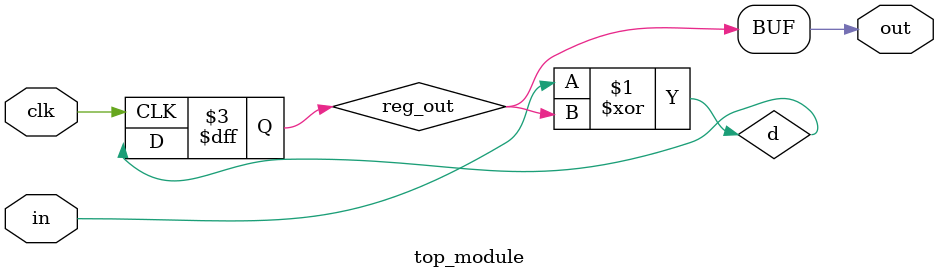
<source format=sv>
module top_module (
    input clk,
    input in, 
    output out);
	
    wire d;
    reg reg_out;
    assign d = in ^ out;
    assign out = reg_out;
    
    always @(posedge clk) begin
    	reg_out = d;
    end
    
    
endmodule
</source>
